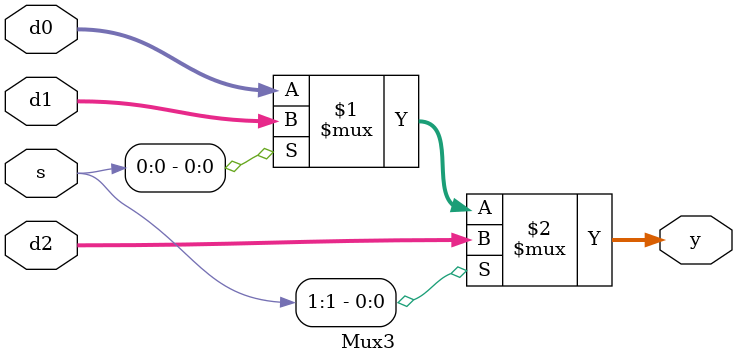
<source format=sv>
module Mux3 #(
    parameter WIDTH = 32
) (
    input  wire [WIDTH - 1 : 0] d0, d1, d2, 
    input  wire [1 : 0] s, 
    output wire [WIDTH - 1 : 0] y
);

    assign y = s[1] ? d2 : (s[0] ? d1 : d0);

endmodule
</source>
